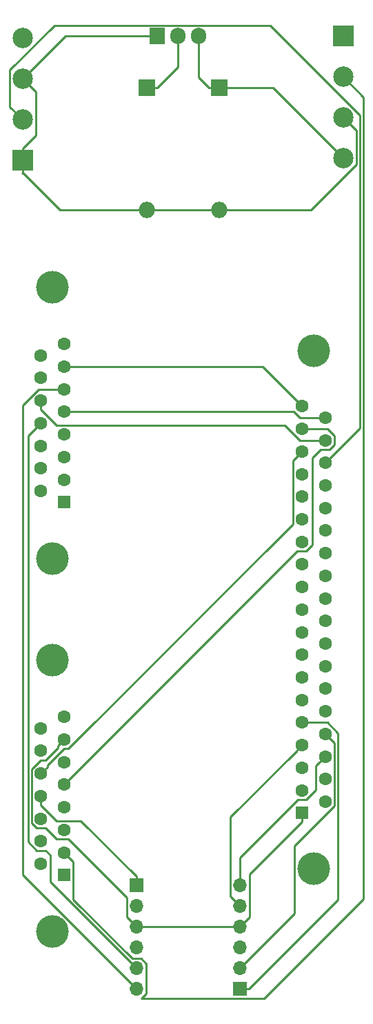
<source format=gtl>
G04 #@! TF.GenerationSoftware,KiCad,Pcbnew,(6.0.0-rc1-dev-392-gd9d005190)*
G04 #@! TF.CreationDate,2018-09-18T13:24:25-04:00*
G04 #@! TF.ProjectId,labjack_breakout,6C61626A61636B5F627265616B6F7574,rev?*
G04 #@! TF.SameCoordinates,Original*
G04 #@! TF.FileFunction,Copper,L1,Top,Signal*
G04 #@! TF.FilePolarity,Positive*
%FSLAX46Y46*%
G04 Gerber Fmt 4.6, Leading zero omitted, Abs format (unit mm)*
G04 Created by KiCad (PCBNEW (6.0.0-rc1-dev-392-gd9d005190)) date 09/18/18 13:24:25*
%MOMM*%
%LPD*%
G01*
G04 APERTURE LIST*
G04 #@! TA.AperFunction,ComponentPad*
%ADD10R,2.000000X2.000000*%
G04 #@! TD*
G04 #@! TA.AperFunction,ComponentPad*
%ADD11O,2.000000X2.000000*%
G04 #@! TD*
G04 #@! TA.AperFunction,ComponentPad*
%ADD12R,2.500000X2.500000*%
G04 #@! TD*
G04 #@! TA.AperFunction,ComponentPad*
%ADD13C,2.500000*%
G04 #@! TD*
G04 #@! TA.AperFunction,ComponentPad*
%ADD14R,1.700000X1.700000*%
G04 #@! TD*
G04 #@! TA.AperFunction,ComponentPad*
%ADD15O,1.700000X1.700000*%
G04 #@! TD*
G04 #@! TA.AperFunction,ComponentPad*
%ADD16R,1.905000X2.000000*%
G04 #@! TD*
G04 #@! TA.AperFunction,ComponentPad*
%ADD17O,1.905000X2.000000*%
G04 #@! TD*
G04 #@! TA.AperFunction,ComponentPad*
%ADD18R,1.600000X1.600000*%
G04 #@! TD*
G04 #@! TA.AperFunction,ComponentPad*
%ADD19C,1.600000*%
G04 #@! TD*
G04 #@! TA.AperFunction,ComponentPad*
%ADD20C,4.000000*%
G04 #@! TD*
G04 #@! TA.AperFunction,Conductor*
%ADD21C,0.250000*%
G04 #@! TD*
G04 APERTURE END LIST*
D10*
G04 #@! TO.P,C1,1*
G04 #@! TO.N,VS*
X116840000Y-48260000D03*
D11*
G04 #@! TO.P,C1,2*
G04 #@! TO.N,GND*
X116840000Y-63260000D03*
G04 #@! TD*
G04 #@! TO.P,C2,2*
G04 #@! TO.N,GND*
X107950000Y-63260000D03*
D10*
G04 #@! TO.P,C2,1*
G04 #@! TO.N,3.3V*
X107950000Y-48260000D03*
G04 #@! TD*
D12*
G04 #@! TO.P,J2,1*
G04 #@! TO.N,/PROGRAM1_DACA*
X132080000Y-41910000D03*
D13*
G04 #@! TO.P,J2,2*
G04 #@! TO.N,/PROGRAM2_DACB*
X132080000Y-46910000D03*
G04 #@! TO.P,J2,3*
G04 #@! TO.N,GND*
X132080000Y-51910000D03*
G04 #@! TO.P,J2,4*
G04 #@! TO.N,VS*
X132080000Y-56910000D03*
G04 #@! TD*
G04 #@! TO.P,J5,4*
G04 #@! TO.N,/VDIV2_AIN5*
X92710000Y-42150000D03*
G04 #@! TO.P,J5,3*
G04 #@! TO.N,GND*
X92710000Y-47150000D03*
G04 #@! TO.P,J5,2*
G04 #@! TO.N,/VDIV1_AIN4*
X92710000Y-52150000D03*
D12*
G04 #@! TO.P,J5,1*
G04 #@! TO.N,GND*
X92710000Y-57150000D03*
G04 #@! TD*
D14*
G04 #@! TO.P,J6,1*
G04 #@! TO.N,/LV1_FIO2*
X119380000Y-158750000D03*
D15*
G04 #@! TO.P,J6,2*
G04 #@! TO.N,/LV2_FIO3*
X119380000Y-156210000D03*
G04 #@! TO.P,J6,3*
G04 #@! TO.N,3.3V*
X119380000Y-153670000D03*
G04 #@! TO.P,J6,4*
G04 #@! TO.N,GND*
X119380000Y-151130000D03*
G04 #@! TO.P,J6,5*
G04 #@! TO.N,/LV3_FIO4*
X119380000Y-148590000D03*
G04 #@! TO.P,J6,6*
G04 #@! TO.N,/LV4_FIO5*
X119380000Y-146050000D03*
G04 #@! TD*
G04 #@! TO.P,J7,6*
G04 #@! TO.N,/HV1_POLARITY1*
X106680000Y-158750000D03*
G04 #@! TO.P,J7,5*
G04 #@! TO.N,/HV2_HVENABLE1*
X106680000Y-156210000D03*
G04 #@! TO.P,J7,4*
G04 #@! TO.N,VS*
X106680000Y-153670000D03*
G04 #@! TO.P,J7,3*
G04 #@! TO.N,GND*
X106680000Y-151130000D03*
G04 #@! TO.P,J7,2*
G04 #@! TO.N,/HV3_POLARITY2*
X106680000Y-148590000D03*
D14*
G04 #@! TO.P,J7,1*
G04 #@! TO.N,/HV4_HVENABLE2*
X106680000Y-146050000D03*
G04 #@! TD*
D16*
G04 #@! TO.P,U1,1*
G04 #@! TO.N,GND*
X109220000Y-41910000D03*
D17*
G04 #@! TO.P,U1,2*
G04 #@! TO.N,3.3V*
X111760000Y-41910000D03*
G04 #@! TO.P,U1,3*
G04 #@! TO.N,VS*
X114300000Y-41910000D03*
G04 #@! TD*
D18*
G04 #@! TO.P,J1,1*
G04 #@! TO.N,GND*
X127000000Y-137160000D03*
D19*
G04 #@! TO.P,J1,2*
G04 #@! TO.N,Net-(J1-Pad2)*
X127000000Y-134390000D03*
G04 #@! TO.P,J1,3*
G04 #@! TO.N,Net-(J1-Pad3)*
X127000000Y-131620000D03*
G04 #@! TO.P,J1,4*
G04 #@! TO.N,/LV3_FIO4*
X127000000Y-128850000D03*
G04 #@! TO.P,J1,5*
G04 #@! TO.N,/LV1_FIO2*
X127000000Y-126080000D03*
G04 #@! TO.P,J1,6*
G04 #@! TO.N,Net-(J1-Pad6)*
X127000000Y-123310000D03*
G04 #@! TO.P,J1,7*
G04 #@! TO.N,Net-(J1-Pad7)*
X127000000Y-120540000D03*
G04 #@! TO.P,J1,8*
G04 #@! TO.N,GND*
X127000000Y-117770000D03*
G04 #@! TO.P,J1,9*
G04 #@! TO.N,Net-(J1-Pad9)*
X127000000Y-115000000D03*
G04 #@! TO.P,J1,10*
G04 #@! TO.N,GND*
X127000000Y-112230000D03*
G04 #@! TO.P,J1,11*
G04 #@! TO.N,Net-(J1-Pad11)*
X127000000Y-109460000D03*
G04 #@! TO.P,J1,12*
G04 #@! TO.N,Net-(J1-Pad12)*
X127000000Y-106690000D03*
G04 #@! TO.P,J1,13*
G04 #@! TO.N,Net-(J1-Pad13)*
X127000000Y-103920000D03*
G04 #@! TO.P,J1,14*
G04 #@! TO.N,Net-(J1-Pad14)*
X127000000Y-101150000D03*
G04 #@! TO.P,J1,15*
G04 #@! TO.N,Net-(J1-Pad15)*
X127000000Y-98380000D03*
G04 #@! TO.P,J1,16*
G04 #@! TO.N,/VDIV2_AIN5*
X127000000Y-95610000D03*
G04 #@! TO.P,J1,17*
G04 #@! TO.N,/CURRENT2_AIN3*
X127000000Y-92840000D03*
G04 #@! TO.P,J1,18*
G04 #@! TO.N,/VOLTAGE2_AIN1*
X127000000Y-90070000D03*
G04 #@! TO.P,J1,19*
G04 #@! TO.N,GND*
X127000000Y-87300000D03*
G04 #@! TO.P,J1,20*
G04 #@! TO.N,Net-(J1-Pad20)*
X129840000Y-135775000D03*
G04 #@! TO.P,J1,21*
G04 #@! TO.N,Net-(J1-Pad21)*
X129840000Y-133005000D03*
G04 #@! TO.P,J1,22*
G04 #@! TO.N,/LV4_FIO5*
X129840000Y-130235000D03*
G04 #@! TO.P,J1,23*
G04 #@! TO.N,/LV2_FIO3*
X129840000Y-127465000D03*
G04 #@! TO.P,J1,24*
G04 #@! TO.N,Net-(J1-Pad24)*
X129840000Y-124695000D03*
G04 #@! TO.P,J1,25*
G04 #@! TO.N,Net-(J1-Pad25)*
X129840000Y-121925000D03*
G04 #@! TO.P,J1,26*
G04 #@! TO.N,Net-(J1-Pad26)*
X129840000Y-119155000D03*
G04 #@! TO.P,J1,27*
G04 #@! TO.N,VS*
X129840000Y-116385000D03*
G04 #@! TO.P,J1,28*
G04 #@! TO.N,Net-(J1-Pad28)*
X129840000Y-113615000D03*
G04 #@! TO.P,J1,29*
G04 #@! TO.N,Net-(J1-Pad29)*
X129840000Y-110845000D03*
G04 #@! TO.P,J1,30*
G04 #@! TO.N,GND*
X129840000Y-108075000D03*
G04 #@! TO.P,J1,31*
G04 #@! TO.N,Net-(J1-Pad31)*
X129840000Y-105305000D03*
G04 #@! TO.P,J1,32*
G04 #@! TO.N,Net-(J1-Pad32)*
X129840000Y-102535000D03*
G04 #@! TO.P,J1,33*
G04 #@! TO.N,Net-(J1-Pad33)*
X129840000Y-99765000D03*
G04 #@! TO.P,J1,34*
G04 #@! TO.N,Net-(J1-Pad34)*
X129840000Y-96995000D03*
G04 #@! TO.P,J1,35*
G04 #@! TO.N,/VDIV1_AIN4*
X129840000Y-94225000D03*
G04 #@! TO.P,J1,36*
G04 #@! TO.N,/CURRENT1_AIN2*
X129840000Y-91455000D03*
G04 #@! TO.P,J1,37*
G04 #@! TO.N,/VOLTAGE1_AIN0*
X129840000Y-88685000D03*
D20*
G04 #@! TO.P,J1,0*
G04 #@! TO.N,N/C*
X128420000Y-143980000D03*
X128420000Y-80480000D03*
G04 #@! TD*
G04 #@! TO.P,J3,0*
G04 #@! TO.N,N/C*
X96370000Y-106015000D03*
X96370000Y-72715000D03*
D19*
G04 #@! TO.P,J3,15*
G04 #@! TO.N,Net-(J3-Pad15)*
X94950000Y-81055000D03*
G04 #@! TO.P,J3,14*
G04 #@! TO.N,Net-(J3-Pad14)*
X94950000Y-83825000D03*
G04 #@! TO.P,J3,13*
G04 #@! TO.N,/CURRENT1_AIN2*
X94950000Y-86595000D03*
G04 #@! TO.P,J3,12*
G04 #@! TO.N,/HV2_HVENABLE1*
X94950000Y-89365000D03*
G04 #@! TO.P,J3,11*
G04 #@! TO.N,Net-(J3-Pad11)*
X94950000Y-92135000D03*
G04 #@! TO.P,J3,10*
G04 #@! TO.N,Net-(J3-Pad10)*
X94950000Y-94905000D03*
G04 #@! TO.P,J3,9*
G04 #@! TO.N,Net-(J3-Pad9)*
X94950000Y-97675000D03*
G04 #@! TO.P,J3,8*
G04 #@! TO.N,Net-(J3-Pad8)*
X97790000Y-79670000D03*
G04 #@! TO.P,J3,7*
G04 #@! TO.N,GND*
X97790000Y-82440000D03*
G04 #@! TO.P,J3,6*
G04 #@! TO.N,/HV1_POLARITY1*
X97790000Y-85210000D03*
G04 #@! TO.P,J3,5*
G04 #@! TO.N,/VOLTAGE1_AIN0*
X97790000Y-87980000D03*
G04 #@! TO.P,J3,4*
G04 #@! TO.N,Net-(J3-Pad4)*
X97790000Y-90750000D03*
G04 #@! TO.P,J3,3*
G04 #@! TO.N,Net-(J3-Pad3)*
X97790000Y-93520000D03*
G04 #@! TO.P,J3,2*
G04 #@! TO.N,/PROGRAM1_DACA*
X97790000Y-96290000D03*
D18*
G04 #@! TO.P,J3,1*
G04 #@! TO.N,Net-(J3-Pad1)*
X97790000Y-99060000D03*
G04 #@! TD*
G04 #@! TO.P,J4,1*
G04 #@! TO.N,Net-(J4-Pad1)*
X97790000Y-144780000D03*
D19*
G04 #@! TO.P,J4,2*
G04 #@! TO.N,/PROGRAM2_DACB*
X97790000Y-142010000D03*
G04 #@! TO.P,J4,3*
G04 #@! TO.N,Net-(J4-Pad3)*
X97790000Y-139240000D03*
G04 #@! TO.P,J4,4*
G04 #@! TO.N,Net-(J4-Pad4)*
X97790000Y-136470000D03*
G04 #@! TO.P,J4,5*
G04 #@! TO.N,/VOLTAGE2_AIN1*
X97790000Y-133700000D03*
G04 #@! TO.P,J4,6*
G04 #@! TO.N,/HV3_POLARITY2*
X97790000Y-130930000D03*
G04 #@! TO.P,J4,7*
G04 #@! TO.N,GND*
X97790000Y-128160000D03*
G04 #@! TO.P,J4,8*
G04 #@! TO.N,Net-(J4-Pad8)*
X97790000Y-125390000D03*
G04 #@! TO.P,J4,9*
G04 #@! TO.N,Net-(J4-Pad9)*
X94950000Y-143395000D03*
G04 #@! TO.P,J4,10*
G04 #@! TO.N,Net-(J4-Pad10)*
X94950000Y-140625000D03*
G04 #@! TO.P,J4,11*
G04 #@! TO.N,Net-(J4-Pad11)*
X94950000Y-137855000D03*
G04 #@! TO.P,J4,12*
G04 #@! TO.N,/HV4_HVENABLE2*
X94950000Y-135085000D03*
G04 #@! TO.P,J4,13*
G04 #@! TO.N,/CURRENT2_AIN3*
X94950000Y-132315000D03*
G04 #@! TO.P,J4,14*
G04 #@! TO.N,Net-(J4-Pad14)*
X94950000Y-129545000D03*
G04 #@! TO.P,J4,15*
G04 #@! TO.N,Net-(J4-Pad15)*
X94950000Y-126775000D03*
D20*
G04 #@! TO.P,J4,0*
G04 #@! TO.N,N/C*
X96370000Y-118435000D03*
X96370000Y-151735000D03*
G04 #@! TD*
D21*
G04 #@! TO.N,VS*
X115590000Y-48260000D02*
X116840000Y-48260000D01*
X114300000Y-46970000D02*
X115590000Y-48260000D01*
X114300000Y-41910000D02*
X114300000Y-46970000D01*
X123430000Y-48260000D02*
X132080000Y-56910000D01*
X116840000Y-48260000D02*
X123430000Y-48260000D01*
G04 #@! TO.N,GND*
X92624999Y-58735001D02*
X92710000Y-58650000D01*
X97950000Y-41910000D02*
X92710000Y-47150000D01*
X109220000Y-41910000D02*
X97950000Y-41910000D01*
X106535787Y-63260000D02*
X107950000Y-63260000D01*
X97320000Y-63260000D02*
X106535787Y-63260000D01*
X92710000Y-58650000D02*
X97320000Y-63260000D01*
X92710000Y-57150000D02*
X92710000Y-58650000D01*
X107950000Y-63260000D02*
X116840000Y-63260000D01*
X133329999Y-53159999D02*
X132080000Y-51910000D01*
X133655001Y-53485001D02*
X133329999Y-53159999D01*
X133655001Y-57666001D02*
X133655001Y-53485001D01*
X128061002Y-63260000D02*
X133655001Y-57666001D01*
X116840000Y-63260000D02*
X128061002Y-63260000D01*
X122140000Y-82440000D02*
X127000000Y-87300000D01*
X97790000Y-82440000D02*
X122140000Y-82440000D01*
X106680000Y-151130000D02*
X119380000Y-151130000D01*
X127000000Y-138210000D02*
X127000000Y-137160000D01*
X120555001Y-144654999D02*
X127000000Y-138210000D01*
X120555001Y-149954999D02*
X120555001Y-144654999D01*
X119380000Y-151130000D02*
X120555001Y-149954999D01*
X94409999Y-138980001D02*
X93824999Y-138395001D01*
X95490001Y-138980001D02*
X94409999Y-138980001D01*
X93824999Y-138395001D02*
X93824999Y-131774999D01*
X96875001Y-140365001D02*
X95490001Y-138980001D01*
X98330001Y-140365001D02*
X96875001Y-140365001D01*
X105504999Y-147539999D02*
X98330001Y-140365001D01*
X105504999Y-149954999D02*
X105504999Y-147539999D01*
X106680000Y-151130000D02*
X105504999Y-149954999D01*
X94929997Y-130670001D02*
X95490001Y-130670001D01*
X96990001Y-128959999D02*
X97790000Y-128160000D01*
X93824999Y-131774999D02*
X94929997Y-130670001D01*
X96990001Y-129170001D02*
X96990001Y-128959999D01*
X95490001Y-130670001D02*
X96990001Y-129170001D01*
X93959999Y-48399999D02*
X92710000Y-47150000D01*
X94285001Y-48725001D02*
X93959999Y-48399999D01*
X94285001Y-54074999D02*
X94285001Y-48725001D01*
X92710000Y-55650000D02*
X94285001Y-54074999D01*
X92710000Y-57150000D02*
X92710000Y-55650000D01*
G04 #@! TO.N,3.3V*
X109200000Y-48260000D02*
X107950000Y-48260000D01*
X111760000Y-45700000D02*
X109200000Y-48260000D01*
X111760000Y-41910000D02*
X111760000Y-45700000D01*
G04 #@! TO.N,/LV3_FIO4*
X126200001Y-129649999D02*
X127000000Y-128850000D01*
X118204999Y-137645001D02*
X126200001Y-129649999D01*
X118204999Y-147414999D02*
X118204999Y-137645001D01*
X119380000Y-148590000D02*
X118204999Y-147414999D01*
G04 #@! TO.N,/LV1_FIO2*
X128131370Y-126080000D02*
X127000000Y-126080000D01*
X130120002Y-126080000D02*
X128131370Y-126080000D01*
X131415010Y-127375008D02*
X130120002Y-126080000D01*
X131415010Y-147814990D02*
X131415010Y-127375008D01*
X120480000Y-158750000D02*
X131415010Y-147814990D01*
X119380000Y-158750000D02*
X120480000Y-158750000D01*
G04 #@! TO.N,/CURRENT2_AIN3*
X126200001Y-93639999D02*
X127000000Y-92840000D01*
X125874999Y-93965001D02*
X126200001Y-93639999D01*
X125874999Y-101740003D02*
X125874999Y-93965001D01*
X98330001Y-129285001D02*
X125874999Y-101740003D01*
X97769997Y-129285001D02*
X98330001Y-129285001D01*
X95749999Y-131515001D02*
X95749999Y-131304999D01*
X95749999Y-131304999D02*
X97769997Y-129285001D01*
X94950000Y-132315000D02*
X95749999Y-131515001D01*
G04 #@! TO.N,/VOLTAGE2_AIN1*
X128131370Y-90070000D02*
X127000000Y-90070000D01*
X130120002Y-90070000D02*
X128131370Y-90070000D01*
X130965001Y-90914999D02*
X130120002Y-90070000D01*
X130965001Y-91995001D02*
X130965001Y-90914999D01*
X130380001Y-92580001D02*
X130965001Y-91995001D01*
X129299999Y-92580001D02*
X130380001Y-92580001D01*
X128270000Y-93610000D02*
X129299999Y-92580001D01*
X128270000Y-104315002D02*
X128270000Y-93610000D01*
X127540001Y-105045001D02*
X128270000Y-104315002D01*
X126444999Y-105045001D02*
X127540001Y-105045001D01*
X97790000Y-133700000D02*
X126444999Y-105045001D01*
G04 #@! TO.N,/LV4_FIO5*
X129040001Y-131034999D02*
X129840000Y-130235000D01*
X128714999Y-131360001D02*
X129040001Y-131034999D01*
X128714999Y-134340003D02*
X128714999Y-131360001D01*
X127540001Y-135515001D02*
X128714999Y-134340003D01*
X126459999Y-135515001D02*
X127540001Y-135515001D01*
X119380000Y-142594998D02*
X126459999Y-135515001D01*
X119380000Y-146050000D02*
X119380000Y-142594998D01*
G04 #@! TO.N,/LV2_FIO3*
X130639999Y-128264999D02*
X129840000Y-127465000D01*
X130965001Y-128590001D02*
X130639999Y-128264999D01*
X130965001Y-136315001D02*
X130965001Y-128590001D01*
X126094999Y-141185003D02*
X130965001Y-136315001D01*
X126094999Y-149495001D02*
X126094999Y-141185003D01*
X119380000Y-156210000D02*
X126094999Y-149495001D01*
G04 #@! TO.N,/VDIV1_AIN4*
X130639999Y-93425001D02*
X129840000Y-94225000D01*
X134105010Y-89959990D02*
X130639999Y-93425001D01*
X134105010Y-51604008D02*
X134105010Y-89959990D01*
X96606012Y-40584990D02*
X123085992Y-40584990D01*
X91134999Y-46056003D02*
X96606012Y-40584990D01*
X123085992Y-40584990D02*
X134105010Y-51604008D01*
X91134999Y-50574999D02*
X91134999Y-46056003D01*
X92710000Y-52150000D02*
X91134999Y-50574999D01*
G04 #@! TO.N,/CURRENT1_AIN2*
X128708630Y-91455000D02*
X129840000Y-91455000D01*
X126719998Y-91455000D02*
X128708630Y-91455000D01*
X124889997Y-89624999D02*
X126719998Y-91455000D01*
X96848629Y-89624999D02*
X124889997Y-89624999D01*
X94950000Y-87726370D02*
X96848629Y-89624999D01*
X94950000Y-86595000D02*
X94950000Y-87726370D01*
G04 #@! TO.N,/VOLTAGE1_AIN0*
X128708630Y-88685000D02*
X129840000Y-88685000D01*
X126719998Y-88685000D02*
X128708630Y-88685000D01*
X126014998Y-87980000D02*
X126719998Y-88685000D01*
X97790000Y-87980000D02*
X126014998Y-87980000D01*
G04 #@! TO.N,/PROGRAM2_DACB*
X98915001Y-143135001D02*
X98589999Y-142809999D01*
X98915001Y-147808591D02*
X98915001Y-143135001D01*
X106141409Y-155034999D02*
X98915001Y-147808591D01*
X107855001Y-155645999D02*
X107244001Y-155034999D01*
X107855001Y-159314001D02*
X107855001Y-155645999D01*
X107244001Y-159925001D02*
X107855001Y-159314001D01*
X98589999Y-142809999D02*
X97790000Y-142010000D01*
X122314999Y-159925001D02*
X107244001Y-159925001D01*
X107244001Y-155034999D02*
X106141409Y-155034999D01*
X134555020Y-147684980D02*
X122314999Y-159925001D01*
X134555020Y-49385020D02*
X134555020Y-147684980D01*
X132080000Y-46910000D02*
X134555020Y-49385020D01*
G04 #@! TO.N,/HV2_HVENABLE1*
X94150001Y-90164999D02*
X94950000Y-89365000D01*
X93374989Y-90940011D02*
X94150001Y-90164999D01*
X93374989Y-140714991D02*
X93374989Y-90940011D01*
X94409999Y-141750001D02*
X93374989Y-140714991D01*
X95490001Y-141750001D02*
X94409999Y-141750001D01*
X96075001Y-142335001D02*
X95490001Y-141750001D01*
X96075001Y-145605001D02*
X96075001Y-142335001D01*
X106680000Y-156210000D02*
X96075001Y-145605001D01*
G04 #@! TO.N,/HV1_POLARITY1*
X96658630Y-85210000D02*
X97790000Y-85210000D01*
X94669998Y-85210000D02*
X96658630Y-85210000D01*
X92710000Y-87169998D02*
X94669998Y-85210000D01*
X92710000Y-144780000D02*
X92710000Y-87169998D01*
X106680000Y-158750000D02*
X92710000Y-144780000D01*
G04 #@! TO.N,/HV4_HVENABLE2*
X94950000Y-136216370D02*
X94950000Y-135085000D01*
X96848629Y-138114999D02*
X94950000Y-136216370D01*
X99844999Y-138114999D02*
X96848629Y-138114999D01*
X106680000Y-144950000D02*
X99844999Y-138114999D01*
X106680000Y-146050000D02*
X106680000Y-144950000D01*
G04 #@! TD*
M02*

</source>
